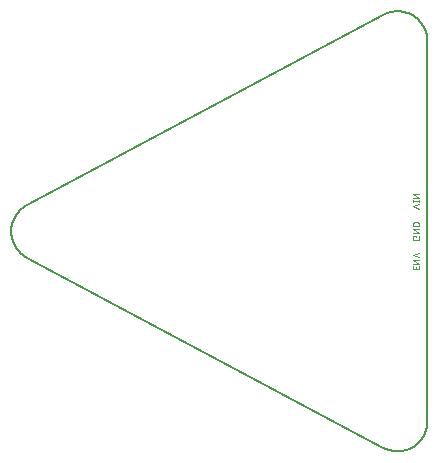
<source format=gbr>
G04 EAGLE Gerber RS-274X export*
G75*
%MOMM*%
%FSLAX34Y34*%
%LPD*%
%INSilkscreen Bottom*%
%IPPOS*%
%AMOC8*
5,1,8,0,0,1.08239X$1,22.5*%
G01*
%ADD10C,0.050800*%
%ADD11C,0.127000*%


D10*
X393954Y198770D02*
X393954Y196286D01*
X399542Y196286D01*
X399542Y198770D01*
X397058Y198149D02*
X397058Y196286D01*
X399542Y201030D02*
X393954Y201030D01*
X393954Y204134D02*
X399542Y201030D01*
X399542Y204134D02*
X393954Y204134D01*
X393954Y208251D02*
X399542Y206389D01*
X399542Y210114D02*
X393954Y208251D01*
X397058Y223369D02*
X397058Y224300D01*
X393954Y224300D01*
X393954Y222437D01*
X393956Y222367D01*
X393962Y222298D01*
X393972Y222229D01*
X393985Y222161D01*
X394003Y222093D01*
X394024Y222027D01*
X394049Y221962D01*
X394077Y221898D01*
X394109Y221836D01*
X394144Y221776D01*
X394183Y221718D01*
X394225Y221663D01*
X394270Y221609D01*
X394318Y221559D01*
X394368Y221511D01*
X394422Y221466D01*
X394477Y221424D01*
X394535Y221385D01*
X394595Y221350D01*
X394657Y221318D01*
X394721Y221290D01*
X394786Y221265D01*
X394852Y221244D01*
X394920Y221226D01*
X394988Y221213D01*
X395057Y221203D01*
X395126Y221197D01*
X395196Y221195D01*
X395196Y221196D02*
X398300Y221196D01*
X398300Y221195D02*
X398370Y221197D01*
X398439Y221203D01*
X398508Y221213D01*
X398576Y221226D01*
X398644Y221244D01*
X398710Y221265D01*
X398775Y221290D01*
X398839Y221318D01*
X398901Y221350D01*
X398961Y221385D01*
X399019Y221424D01*
X399074Y221466D01*
X399128Y221511D01*
X399178Y221559D01*
X399226Y221609D01*
X399271Y221663D01*
X399313Y221718D01*
X399352Y221776D01*
X399387Y221836D01*
X399419Y221898D01*
X399447Y221962D01*
X399472Y222027D01*
X399493Y222093D01*
X399511Y222161D01*
X399524Y222229D01*
X399534Y222298D01*
X399540Y222367D01*
X399542Y222437D01*
X399542Y224300D01*
X399542Y227048D02*
X393954Y227048D01*
X393954Y230152D02*
X399542Y227048D01*
X399542Y230152D02*
X393954Y230152D01*
X393954Y232900D02*
X399542Y232900D01*
X399542Y234452D01*
X399540Y234528D01*
X399535Y234604D01*
X399525Y234680D01*
X399512Y234755D01*
X399495Y234829D01*
X399475Y234903D01*
X399451Y234975D01*
X399424Y235046D01*
X399393Y235116D01*
X399359Y235184D01*
X399321Y235250D01*
X399280Y235314D01*
X399237Y235377D01*
X399190Y235437D01*
X399140Y235494D01*
X399087Y235549D01*
X399032Y235602D01*
X398975Y235652D01*
X398915Y235699D01*
X398852Y235742D01*
X398788Y235783D01*
X398722Y235821D01*
X398654Y235855D01*
X398584Y235886D01*
X398513Y235913D01*
X398440Y235937D01*
X398367Y235957D01*
X398293Y235974D01*
X398218Y235987D01*
X398142Y235997D01*
X398066Y236002D01*
X397990Y236004D01*
X395506Y236004D01*
X395427Y236002D01*
X395349Y235996D01*
X395271Y235986D01*
X395194Y235972D01*
X395117Y235954D01*
X395041Y235933D01*
X394967Y235907D01*
X394894Y235878D01*
X394823Y235845D01*
X394753Y235809D01*
X394685Y235769D01*
X394619Y235726D01*
X394556Y235679D01*
X394495Y235630D01*
X394437Y235577D01*
X394381Y235521D01*
X394328Y235463D01*
X394279Y235402D01*
X394232Y235339D01*
X394189Y235273D01*
X394149Y235205D01*
X394113Y235136D01*
X394080Y235064D01*
X394051Y234991D01*
X394025Y234917D01*
X394004Y234841D01*
X393986Y234764D01*
X393972Y234687D01*
X393962Y234609D01*
X393956Y234531D01*
X393954Y234452D01*
X393954Y232900D01*
X399542Y247812D02*
X393954Y249675D01*
X399542Y251537D01*
X399542Y254064D02*
X393954Y254064D01*
X393954Y253443D02*
X393954Y254685D01*
X399542Y254685D02*
X399542Y253443D01*
X399542Y257084D02*
X393954Y257084D01*
X393954Y260188D02*
X399542Y257084D01*
X399542Y260188D02*
X393954Y260188D01*
D11*
X406400Y389467D02*
X406400Y67733D01*
X406400Y389467D02*
X406392Y390090D01*
X406369Y390713D01*
X406331Y391335D01*
X406278Y391956D01*
X406209Y392575D01*
X406125Y393192D01*
X406026Y393808D01*
X405912Y394420D01*
X405783Y395030D01*
X405639Y395636D01*
X405481Y396239D01*
X405307Y396837D01*
X405119Y397431D01*
X404917Y398020D01*
X404700Y398604D01*
X404468Y399183D01*
X404223Y399756D01*
X403963Y400322D01*
X403690Y400882D01*
X403403Y401436D01*
X403103Y401982D01*
X402789Y402520D01*
X402463Y403051D01*
X402123Y403573D01*
X401771Y404087D01*
X401406Y404592D01*
X401029Y405088D01*
X400639Y405575D01*
X400238Y406051D01*
X399826Y406518D01*
X399402Y406975D01*
X398967Y407421D01*
X398521Y407857D01*
X398065Y408281D01*
X397598Y408694D01*
X397121Y409095D01*
X396635Y409485D01*
X396139Y409862D01*
X395634Y410227D01*
X395121Y410580D01*
X394599Y410920D01*
X394068Y411247D01*
X393530Y411561D01*
X392984Y411862D01*
X392431Y412149D01*
X391871Y412423D01*
X391305Y412683D01*
X390732Y412928D01*
X390154Y413160D01*
X389570Y413378D01*
X388981Y413581D01*
X388387Y413769D01*
X387789Y413943D01*
X387186Y414102D01*
X386580Y414246D01*
X385971Y414376D01*
X385358Y414490D01*
X384743Y414590D01*
X384125Y414674D01*
X383506Y414743D01*
X382885Y414797D01*
X382263Y414836D01*
X381641Y414859D01*
X381018Y414867D01*
X380395Y414860D01*
X379772Y414837D01*
X379150Y414800D01*
X378529Y414747D01*
X377910Y414678D01*
X377292Y414595D01*
X376677Y414496D01*
X376064Y414383D01*
X375455Y414254D01*
X374848Y414111D01*
X374246Y413952D01*
X373647Y413779D01*
X373053Y413592D01*
X372463Y413389D01*
X371879Y413173D01*
X371300Y412942D01*
X370727Y412697D01*
X370161Y412438D01*
X369600Y412165D01*
X369047Y411879D01*
X369047Y411878D02*
X67422Y251012D01*
X66881Y250715D01*
X66348Y250405D01*
X65822Y250082D01*
X65304Y249747D01*
X64795Y249399D01*
X64294Y249038D01*
X63802Y248666D01*
X63320Y248282D01*
X62846Y247886D01*
X62383Y247479D01*
X61929Y247061D01*
X61486Y246632D01*
X61053Y246192D01*
X60632Y245742D01*
X60221Y245282D01*
X59821Y244812D01*
X59433Y244332D01*
X59057Y243843D01*
X58693Y243345D01*
X58341Y242838D01*
X58001Y242323D01*
X57674Y241800D01*
X57360Y241269D01*
X57059Y240731D01*
X56771Y240185D01*
X56496Y239633D01*
X56235Y239074D01*
X55988Y238509D01*
X55754Y237938D01*
X55534Y237362D01*
X55328Y236780D01*
X55137Y236194D01*
X54959Y235603D01*
X54797Y235008D01*
X54648Y234409D01*
X54514Y233807D01*
X54395Y233201D01*
X54291Y232593D01*
X54201Y231983D01*
X54127Y231371D01*
X54067Y230757D01*
X54022Y230141D01*
X53992Y229525D01*
X53977Y228908D01*
X53977Y228292D01*
X53992Y227675D01*
X54022Y227059D01*
X54067Y226443D01*
X54127Y225829D01*
X54201Y225217D01*
X54291Y224607D01*
X54395Y223999D01*
X54514Y223393D01*
X54648Y222791D01*
X54797Y222192D01*
X54959Y221597D01*
X55137Y221006D01*
X55328Y220420D01*
X55534Y219838D01*
X55754Y219262D01*
X55988Y218691D01*
X56235Y218126D01*
X56496Y217567D01*
X56771Y217015D01*
X57059Y216469D01*
X57360Y215931D01*
X57674Y215400D01*
X58001Y214877D01*
X58341Y214362D01*
X58693Y213855D01*
X59057Y213357D01*
X59433Y212868D01*
X59821Y212388D01*
X60221Y211918D01*
X60632Y211458D01*
X61053Y211008D01*
X61486Y210568D01*
X61929Y210139D01*
X62383Y209721D01*
X62846Y209314D01*
X63320Y208918D01*
X63802Y208534D01*
X64294Y208162D01*
X64795Y207801D01*
X65304Y207453D01*
X65822Y207118D01*
X66348Y206795D01*
X66881Y206485D01*
X67422Y206188D01*
X369047Y45322D01*
X369047Y45321D02*
X369600Y45035D01*
X370161Y44762D01*
X370727Y44503D01*
X371300Y44258D01*
X371879Y44027D01*
X372463Y43811D01*
X373053Y43608D01*
X373647Y43421D01*
X374246Y43248D01*
X374848Y43089D01*
X375455Y42946D01*
X376064Y42817D01*
X376677Y42704D01*
X377292Y42605D01*
X377910Y42522D01*
X378529Y42453D01*
X379150Y42400D01*
X379772Y42363D01*
X380395Y42340D01*
X381018Y42333D01*
X381641Y42341D01*
X382263Y42364D01*
X382885Y42403D01*
X383506Y42457D01*
X384125Y42526D01*
X384743Y42610D01*
X385358Y42710D01*
X385971Y42824D01*
X386580Y42954D01*
X387186Y43098D01*
X387789Y43257D01*
X388387Y43431D01*
X388981Y43619D01*
X389570Y43822D01*
X390154Y44040D01*
X390732Y44272D01*
X391305Y44517D01*
X391871Y44777D01*
X392431Y45051D01*
X392984Y45338D01*
X393530Y45639D01*
X394068Y45953D01*
X394599Y46280D01*
X395121Y46620D01*
X395634Y46973D01*
X396139Y47338D01*
X396635Y47715D01*
X397121Y48105D01*
X397598Y48506D01*
X398065Y48919D01*
X398521Y49343D01*
X398967Y49779D01*
X399402Y50225D01*
X399826Y50682D01*
X400238Y51149D01*
X400639Y51625D01*
X401029Y52112D01*
X401406Y52608D01*
X401771Y53113D01*
X402123Y53627D01*
X402463Y54149D01*
X402789Y54680D01*
X403103Y55218D01*
X403403Y55764D01*
X403690Y56318D01*
X403963Y56878D01*
X404223Y57444D01*
X404468Y58017D01*
X404700Y58596D01*
X404917Y59180D01*
X405119Y59769D01*
X405307Y60363D01*
X405481Y60961D01*
X405639Y61564D01*
X405783Y62170D01*
X405912Y62780D01*
X406026Y63393D01*
X406125Y64008D01*
X406209Y64625D01*
X406278Y65244D01*
X406331Y65865D01*
X406369Y66487D01*
X406392Y67110D01*
X406400Y67733D01*
M02*

</source>
